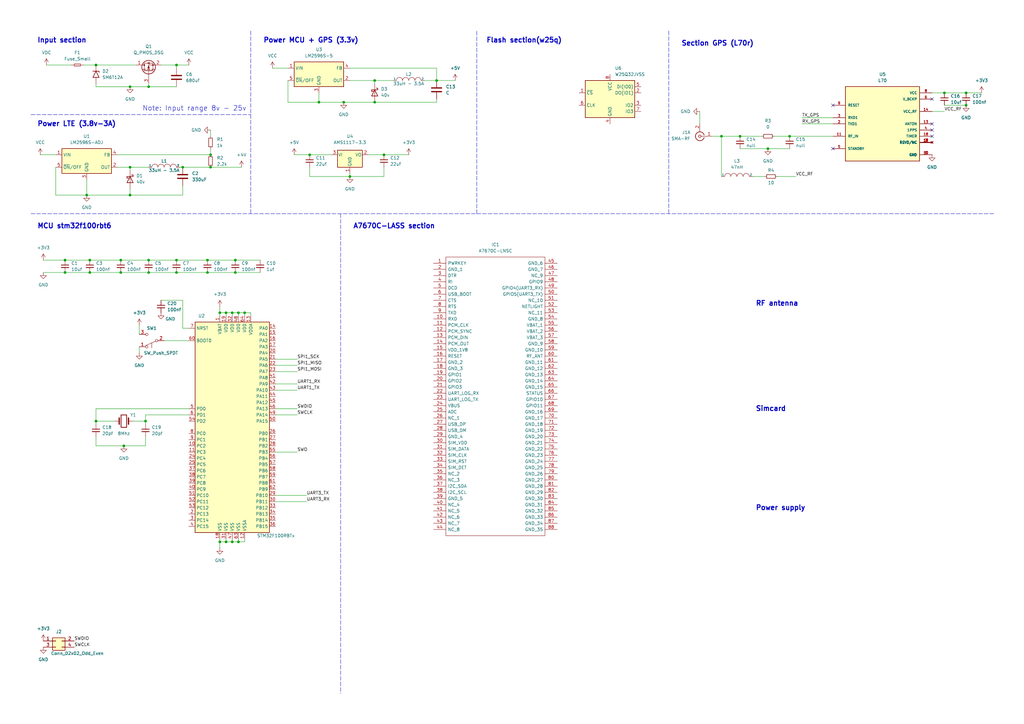
<source format=kicad_sch>
(kicad_sch (version 20211123) (generator eeschema)
  (paper "A3")
  (title_block (title "LTE-GPS-STM32"))
  (lib_symbols
    (symbol "A7670C-LNSC:A7670C-LNSC" (pin_names (offset 0.762))
      (property "Reference" "IC" (at 46.99 7.62 0))
      (property "Value" "A7670C-LNSC" (at 46.99 5.08 0))
      (symbol "A7670C-LNSC_0_0"
        (pin passive line (at 0 0 0) (length 5.08) (name "PWRKEY") (number "1"))
        (pin passive line (at 0 -22.86 0) (length 5.08) (name "RXD") (number "10"))
        (pin passive line (at 0 -25.4 0) (length 5.08) (name "PCM_CLK") (number "11"))
        (pin passive line (at 0 -27.94 0) (length 5.08) (name "PCM_SYNC") (number "12"))
        (pin passive line (at 0 -30.48 0) (length 5.08) (name "PCM_DIN") (number "13"))
        (pin passive line (at 0 -33.02 0) (length 5.08) (name "PCM_OUT") (number "14"))
        (pin passive line (at 0 -35.56 0) (length 5.08) (name "VDD_1V8") (number "15"))
        (pin passive line (at 0 -38.1 0) (length 5.08) (name "RESET") (number "16"))
        (pin passive line (at 0 -40.64 0) (length 5.08) (name "GND_2") (number "17"))
        (pin passive line (at 0 -43.18 0) (length 5.08) (name "GND_3") (number "18"))
        (pin passive line (at 0 -45.72 0) (length 5.08) (name "GPIO1") (number "19"))
        (pin passive line (at 0 -2.54 0) (length 5.08) (name "GND_1") (number "2"))
        (pin passive line (at 0 -48.26 0) (length 5.08) (name "GPIO2") (number "20"))
        (pin passive line (at 0 -50.8 0) (length 5.08) (name "GPIO3") (number "21"))
        (pin passive line (at 0 -53.34 0) (length 5.08) (name "UART_LOG_RX") (number "22"))
        (pin passive line (at 0 -55.88 0) (length 5.08) (name "UART_LOG_TX") (number "23"))
        (pin passive line (at 0 -58.42 0) (length 5.08) (name "VBUS") (number "24"))
        (pin passive line (at 0 -60.96 0) (length 5.08) (name "ADC") (number "25"))
        (pin passive line (at 0 -63.5 0) (length 5.08) (name "NC_1") (number "26"))
        (pin passive line (at 0 -66.04 0) (length 5.08) (name "USB_DP") (number "27"))
        (pin passive line (at 0 -68.58 0) (length 5.08) (name "USB_DM") (number "28"))
        (pin passive line (at 0 -71.12 0) (length 5.08) (name "GND_4") (number "29"))
        (pin passive line (at 0 -5.08 0) (length 5.08) (name "DTR") (number "3"))
        (pin passive line (at 0 -73.66 0) (length 5.08) (name "SIM_VDD") (number "30"))
        (pin passive line (at 0 -76.2 0) (length 5.08) (name "SIM_DATA") (number "31"))
        (pin passive line (at 0 -78.74 0) (length 5.08) (name "SIM_CLK") (number "32"))
        (pin passive line (at 0 -81.28 0) (length 5.08) (name "SIM_RST") (number "33"))
        (pin passive line (at 0 -83.82 0) (length 5.08) (name "SIM_DET") (number "34"))
        (pin passive line (at 0 -86.36 0) (length 5.08) (name "NC_2") (number "35"))
        (pin passive line (at 0 -88.9 0) (length 5.08) (name "NC_3") (number "36"))
        (pin passive line (at 0 -91.44 0) (length 5.08) (name "I2C_SDA") (number "37"))
        (pin passive line (at 0 -93.98 0) (length 5.08) (name "I2C_SCL") (number "38"))
        (pin passive line (at 0 -96.52 0) (length 5.08) (name "GND_5") (number "39"))
        (pin passive line (at 0 -7.62 0) (length 5.08) (name "RI") (number "4"))
        (pin passive line (at 0 -99.06 0) (length 5.08) (name "NC_4") (number "40"))
        (pin passive line (at 0 -101.6 0) (length 5.08) (name "NC_5") (number "41"))
        (pin passive line (at 0 -104.14 0) (length 5.08) (name "NC_6") (number "42"))
        (pin passive line (at 0 -106.68 0) (length 5.08) (name "NC_7") (number "43"))
        (pin passive line (at 0 -109.22 0) (length 5.08) (name "NC_8") (number "44"))
        (pin passive line (at 50.8 0 180) (length 5.08) (name "GND_6") (number "45"))
        (pin passive line (at 50.8 -2.54 180) (length 5.08) (name "GND_7") (number "46"))
        (pin passive line (at 50.8 -5.08 180) (length 5.08) (name "NC_9") (number "47"))
        (pin passive line (at 50.8 -7.62 180) (length 5.08) (name "GPIO9") (number "48"))
        (pin passive line (at 50.8 -10.16 180) (length 5.08) (name "GPIO4(UART3_RX)") (number "49"))
        (pin passive line (at 0 -10.16 0) (length 5.08) (name "DCD") (number "5"))
        (pin passive line (at 50.8 -12.7 180) (length 5.08) (name "GPIO5(UART3_TX)") (number "50"))
        (pin passive line (at 50.8 -15.24 180) (length 5.08) (name "NC_10") (number "51"))
        (pin passive line (at 50.8 -17.78 180) (length 5.08) (name "NETLIGHT") (number "52"))
        (pin passive line (at 50.8 -20.32 180) (length 5.08) (name "NC_11") (number "53"))
        (pin passive line (at 50.8 -22.86 180) (length 5.08) (name "GND_8") (number "54"))
        (pin passive line (at 50.8 -25.4 180) (length 5.08) (name "VBAT_1") (number "55"))
        (pin passive line (at 50.8 -27.94 180) (length 5.08) (name "VBAT_2") (number "56"))
        (pin passive line (at 50.8 -30.48 180) (length 5.08) (name "VBAT_3") (number "57"))
        (pin passive line (at 50.8 -33.02 180) (length 5.08) (name "GND_9") (number "58"))
        (pin passive line (at 50.8 -35.56 180) (length 5.08) (name "GND_10") (number "59"))
        (pin passive line (at 0 -12.7 0) (length 5.08) (name "USB_BOOT") (number "6"))
        (pin passive line (at 50.8 -38.1 180) (length 5.08) (name "RF_ANT") (number "60"))
        (pin passive line (at 50.8 -40.64 180) (length 5.08) (name "GND_11") (number "61"))
        (pin passive line (at 50.8 -43.18 180) (length 5.08) (name "GND_12") (number "62"))
        (pin passive line (at 50.8 -45.72 180) (length 5.08) (name "GND_13") (number "63"))
        (pin passive line (at 50.8 -48.26 180) (length 5.08) (name "GND_14") (number "64"))
        (pin passive line (at 50.8 -50.8 180) (length 5.08) (name "GND_15") (number "65"))
        (pin passive line (at 50.8 -53.34 180) (length 5.08) (name "STATUS") (number "66"))
        (pin passive line (at 50.8 -55.88 180) (length 5.08) (name "GPIO10") (number "67"))
        (pin passive line (at 50.8 -58.42 180) (length 5.08) (name "GPIO11") (number "68"))
        (pin passive line (at 50.8 -60.96 180) (length 5.08) (name "GND_16") (number "69"))
        (pin passive line (at 0 -15.24 0) (length 5.08) (name "CTS") (number "7"))
        (pin passive line (at 50.8 -63.5 180) (length 5.08) (name "GND_17") (number "70"))
        (pin passive line (at 50.8 -66.04 180) (length 5.08) (name "GND_18") (number "71"))
        (pin passive line (at 50.8 -68.58 180) (length 5.08) (name "GND_19") (number "72"))
        (pin passive line (at 50.8 -71.12 180) (length 5.08) (name "GND_20") (number "73"))
        (pin passive line (at 50.8 -73.66 180) (length 5.08) (name "GND_21") (number "74"))
        (pin passive line (at 50.8 -76.2 180) (length 5.08) (name "GND_22") (number "75"))
        (pin passive line (at 50.8 -78.74 180) (length 5.08) (name "GND_23") (number "76"))
        (pin passive line (at 50.8 -81.28 180) (length 5.08) (name "GND_24") (number "77"))
        (pin passive line (at 50.8 -83.82 180) (length 5.08) (name "GND_25") (number "78"))
        (pin passive line (at 50.8 -86.36 180) (length 5.08) (name "GND_26") (number "79"))
        (pin passive line (at 0 -17.78 0) (length 5.08) (name "RTS") (number "8"))
        (pin passive line (at 50.8 -88.9 180) (length 5.08) (name "GND_27") (number "80"))
        (pin passive line (at 50.8 -91.44 180) (length 5.08) (name "GND_28") (number "81"))
        (pin passive line (at 50.8 -93.98 180) (length 5.08) (name "GND_29") (number "82"))
        (pin passive line (at 50.8 -96.52 180) (length 5.08) (name "GND_30") (number "83"))
        (pin passive line (at 50.8 -99.06 180) (length 5.08) (name "GND_31") (number "84"))
        (pin passive line (at 50.8 -101.6 180) (length 5.08) (name "GND_32") (number "85"))
        (pin passive line (at 50.8 -104.14 180) (length 5.08) (name "GND_33") (number "86"))
        (pin passive line (at 50.8 -106.68 180) (length 5.08) (name "GND_34") (number "87"))
        (pin passive line (at 50.8 -109.22 180) (length 5.08) (name "GND_35") (number "88"))
        (pin passive line (at 0 -20.32 0) (length 5.08) (name "TXD") (number "9"))
      )
      (symbol "A7670C-LNSC_0_1"
        (polyline (pts (xy 5.08 2.54) (xy 45.72 2.54) (xy 45.72 -111.76) (xy 5.08 -111.76) (xy 5.08 2.54)) (stroke (width 0.1524)))
      )
    )
    (symbol "Connector:Conn_Coaxial_x2_Isolated" (pin_names (offset 1.016) hide)
      (property "Reference" "J" (at 0.254 3.048 0))
      (property "Value" "Conn_Coaxial_x2_Isolated" (at 2.921 0 90))
      (symbol "Conn_Coaxial_x2_Isolated_0_1"
        (arc (start -1.778 -0.508) (mid 0.222 -1.808) (end 1.778 0) (stroke (width 0.254)))
        (polyline (pts (xy -2.54 0) (xy -0.508 0)))
        (polyline (pts (xy 0 -2.54) (xy 0 -1.778)))
        (circle (center 0 0) (radius 0.508) (stroke (width 0.2032)))
        (arc (start 1.778 0) (mid 0.222 1.8083) (end -1.778 0.508) (stroke (width 0.254)))
      )
      (symbol "Conn_Coaxial_x2_Isolated_1_1"
        (pin passive line (at -5.08 0 0) (length 2.54) (name "In1") (number "1"))
        (pin passive line (at 0 -5.08 90) (length 2.54) (name "Ext1") (number "2"))
      )
      (symbol "Conn_Coaxial_x2_Isolated_2_1"
        (pin passive line (at -5.08 0 0) (length 2.54) (name "In2") (number "3"))
        (pin passive line (at 0 -5.08 90) (length 2.54) (name "Ext2") (number "4"))
      )
    )
    (symbol "Connector_Generic:Conn_02x02_Odd_Even" (pin_names (offset 1.016) hide)
      (property "Reference" "J" (at 1.27 2.54 0))
      (property "Value" "Conn_02x02_Odd_Even" (at 1.27 -5.08 0))
      (symbol "Conn_02x02_Odd_Even_1_1"
        (rectangle (start -1.27 -2.413) (end 0 -2.667) (stroke (width 0.1524)))
        (rectangle (start -1.27 0.127) (end 0 -0.127) (stroke (width 0.1524)))
        (rectangle (start -1.27 1.27) (end 3.81 -3.81) (stroke (width 0.254)) (fill (type background)))
        (rectangle (start 3.81 -2.413) (end 2.54 -2.667) (stroke (width 0.1524)))
        (rectangle (start 3.81 0.127) (end 2.54 -0.127) (stroke (width 0.1524)))
        (pin passive line (at -5.08 0 0) (length 3.81) (name "Pin_1") (number "1"))
        (pin passive line (at 7.62 0 180) (length 3.81) (name "Pin_2") (number "2"))
        (pin passive line (at -5.08 -2.54 0) (length 3.81) (name "Pin_3") (number "3"))
        (pin passive line (at 7.62 -2.54 180) (length 3.81) (name "Pin_4") (number "4"))
      )
    )
    (symbol "Device:C" (pin_numbers hide) (pin_names (offset 0.254))
      (property "Reference" "C" (at 0.635 2.54 0))
      (property "Value" "C" (at 0.635 -2.54 0))
      (symbol "C_0_1"
        (polyline (pts (xy -2.032 -0.762) (xy 2.032 -0.762)) (stroke (width 0.508)))
        (polyline (pts (xy -2.032 0.762) (xy 2.032 0.762)) (stroke (width 0.508)))
      )
      (symbol "C_1_1"
        (pin passive line (at 0 3.81 270) (length 2.794) (name "~") (number "1"))
        (pin passive line (at 0 -3.81 90) (length 2.794) (name "~") (number "2"))
      )
    )
    (symbol "Device:C_Small" (pin_numbers hide) (pin_names (offset 0.254) hide)
      (property "Reference" "C" (at 0.254 1.778 0))
      (property "Value" "C_Small" (at 0.254 -2.032 0))
      (symbol "C_Small_0_1"
        (polyline (pts (xy -1.524 -0.508) (xy 1.524 -0.508)) (stroke (width 0.3302)))
        (polyline (pts (xy -1.524 0.508) (xy 1.524 0.508)) (stroke (width 0.3048)))
      )
      (symbol "C_Small_1_1"
        (pin passive line (at 0 2.54 270) (length 2.032) (name "~") (number "1"))
        (pin passive line (at 0 -2.54 90) (length 2.032) (name "~") (number "2"))
      )
    )
    (symbol "Device:Crystal" (pin_numbers hide) (pin_names (offset 1.016) hide)
      (property "Reference" "Y" (at 0 3.81 0))
      (property "Value" "Crystal" (at 0 -3.81 0))
      (symbol "Crystal_0_1"
        (rectangle (start -1.143 2.54) (end 1.143 -2.54) (stroke (width 0.3048)))
        (polyline (pts (xy -2.54 0) (xy -1.905 0)))
        (polyline (pts (xy -1.905 -1.27) (xy -1.905 1.27)) (stroke (width 0.508)))
        (polyline (pts (xy 1.905 -1.27) (xy 1.905 1.27)) (stroke (width 0.508)))
        (polyline (pts (xy 2.54 0) (xy 1.905 0)))
      )
      (symbol "Crystal_1_1"
        (pin passive line (at -3.81 0 0) (length 1.27) (name "1") (number "1"))
        (pin passive line (at 3.81 0 180) (length 1.27) (name "2") (number "2"))
      )
    )
    (symbol "Device:D_Schottky" (pin_numbers hide) (pin_names (offset 1.016) hide)
      (property "Reference" "D" (at 0 2.54 0))
      (property "Value" "D_Schottky" (at 0 -2.54 0))
      (symbol "D_Schottky_0_1"
        (polyline (pts (xy 1.27 0) (xy -1.27 0)))
        (polyline (pts (xy 1.27 1.27) (xy 1.27 -1.27) (xy -1.27 0) (xy 1.27 1.27)) (stroke (width 0.254)))
        (polyline (pts (xy -1.905 0.635) (xy -1.905 1.27) (xy -1.27 1.27) (xy -1.27 -1.27) (xy -0.635 -1.27) (xy -0.635 -0.635)) (stroke (width 0.254)))
      )
      (symbol "D_Schottky_1_1"
        (pin passive line (at -3.81 0 0) (length 2.54) (name "K") (number "1"))
        (pin passive line (at 3.81 0 180) (length 2.54) (name "A") (number "2"))
      )
    )
    (symbol "Device:Fuse_Small" (pin_numbers hide) (pin_names (offset 0.254) hide)
      (property "Reference" "F" (at 0 -1.524 0))
      (property "Value" "Fuse_Small" (at 0 1.524 0))
      (symbol "Fuse_Small_0_1"
        (rectangle (start -1.27 0.508) (end 1.27 -0.508))
        (polyline (pts (xy -1.27 0) (xy 1.27 0)))
      )
      (symbol "Fuse_Small_1_1"
        (pin passive line (at -2.54 0 0) (length 1.27) (name "~") (number "1"))
        (pin passive line (at 2.54 0 180) (length 1.27) (name "~") (number "2"))
      )
    )
    (symbol "Device:Q_PMOS_DSG" (pin_names (offset 0) hide)
      (property "Reference" "Q" (at 5.08 1.27 0))
      (property "Value" "Q_PMOS_DSG" (at 5.08 -1.27 0))
      (symbol "Q_PMOS_DSG_0_1"
        (polyline (pts (xy 0.254 0) (xy -2.54 0)))
        (polyline (pts (xy 0.254 1.905) (xy 0.254 -1.905)) (stroke (width 0.254)))
        (polyline (pts (xy 0.762 -1.27) (xy 0.762 -2.286)) (stroke (width 0.254)))
        (polyline (pts (xy 0.762 0.508) (xy 0.762 -0.508)) (stroke (width 0.254)))
        (polyline (pts (xy 0.762 2.286) (xy 0.762 1.27)) (stroke (width 0.254)))
        (polyline (pts (xy 2.54 2.54) (xy 2.54 1.778)))
        (polyline (pts (xy 2.54 -2.54) (xy 2.54 0) (xy 0.762 0)))
        (polyline (pts (xy 0.762 1.778) (xy 3.302 1.778) (xy 3.302 -1.778) (xy 0.762 -1.778)))
        (polyline (pts (xy 2.286 0) (xy 1.27 0.381) (xy 1.27 -0.381) (xy 2.286 0)) (fill (type outline)))
        (polyline (pts (xy 2.794 -0.508) (xy 2.921 -0.381) (xy 3.683 -0.381) (xy 3.81 -0.254)))
        (polyline (pts (xy 3.302 -0.381) (xy 2.921 0.254) (xy 3.683 0.254) (xy 3.302 -0.381)))
        (circle (center 1.651 0) (radius 2.794) (stroke (width 0.254)))
        (circle (center 2.54 -1.778) (radius 0.254) (fill (type outline)))
        (circle (center 2.54 1.778) (radius 0.254) (fill (type outline)))
      )
      (symbol "Q_PMOS_DSG_1_1"
        (pin passive line (at 2.54 5.08 270) (length 2.54) (name "D") (number "1"))
        (pin passive line (at 2.54 -5.08 90) (length 2.54) (name "S") (number "2"))
        (pin input line (at -5.08 0 0) (length 2.54) (name "G") (number "3"))
      )
    )
    (symbol "Device:R_Small" (pin_numbers hide) (pin_names (offset 0.254) hide)
      (property "Reference" "R" (at 0.762 0.508 0))
      (property "Value" "R_Small" (at 0.762 -1.016 0))
      (symbol "R_Small_0_1"
        (rectangle (start -0.762 1.778) (end 0.762 -1.778) (stroke (width 0.2032)))
      )
      (symbol "R_Small_1_1"
        (pin passive line (at 0 2.54 270) (length 0.762) (name "~") (number "1"))
        (pin passive line (at 0 -2.54 90) (length 0.762) (name "~") (number "2"))
      )
    )
    (symbol "Diode:SM6T12A" (pin_numbers hide) (pin_names (offset 1.016) hide)
      (property "Reference" "D" (at 0 2.54 0))
      (property "Value" "SM6T12A" (at 0 -2.54 0))
      (symbol "SM6T12A_0_1"
        (polyline (pts (xy -0.762 1.27) (xy -1.27 1.27) (xy -1.27 -1.27)) (stroke (width 0.254)))
        (polyline (pts (xy 1.27 1.27) (xy 1.27 -1.27) (xy -1.27 0) (xy 1.27 1.27)) (stroke (width 0.254)))
      )
      (symbol "SM6T12A_1_1"
        (pin passive line (at -3.81 0 0) (length 2.54) (name "A1") (number "1"))
        (pin passive line (at 3.81 0 180) (length 2.54) (name "A2") (number "2"))
      )
    )
    (symbol "L70:L70" (pin_names (offset 1.016))
      (property "Reference" "U" (at -15.24 16.51 0))
      (property "Value" "L70" (at -15.24 -17.78 0))
      (symbol "L70_0_0"
        (rectangle (start -15.24 -15.24) (end 15.24 15.24) (stroke (width 0.254)) (fill (type background)))
        (pin power_in line (at 20.32 -12.7 180) (length 5.08) (name "GND") (number "1"))
        (pin power_in line (at 20.32 -12.7 180) (length 5.08) (name "GND") (number "10"))
        (pin input line (at -20.32 -5.08 0) (length 5.08) (name "RF_IN") (number "11"))
        (pin power_in line (at 20.32 -12.7 180) (length 5.08) (name "GND") (number "12"))
        (pin output line (at 20.32 0 180) (length 5.08) (name "ANTON") (number "13"))
        (pin output line (at 20.32 5.08 180) (length 5.08) (name "VCC_RF") (number "14"))
        (pin no_connect line (at 20.32 -7.62 180) (length 5.08) (name "RSVD/NC") (number "15"))
        (pin no_connect line (at 20.32 -7.62 180) (length 5.08) (name "RSVD/NC") (number "16"))
        (pin no_connect line (at 20.32 -7.62 180) (length 5.08) (name "RSVD/NC") (number "17"))
        (pin output line (at 20.32 -5.08 180) (length 5.08) (name "TIMER") (number "18"))
        (pin output line (at -20.32 0 0) (length 5.08) (name "TXD1") (number "2"))
        (pin input line (at -20.32 2.54 0) (length 5.08) (name "RXD1") (number "3"))
        (pin output line (at 20.32 -2.54 180) (length 5.08) (name "1PPS") (number "4"))
        (pin input line (at -20.32 -10.16 0) (length 5.08) (name "STANDBY") (number "5"))
        (pin power_in line (at 20.32 10.16 180) (length 5.08) (name "V_BCKP") (number "6"))
        (pin no_connect line (at 20.32 -7.62 180) (length 5.08) (name "RSVD/NC") (number "7"))
        (pin power_in line (at 20.32 12.7 180) (length 5.08) (name "VCC") (number "8"))
        (pin input line (at -20.32 7.62 0) (length 5.08) (name "RESET") (number "9"))
      )
    )
    (symbol "MCU_ST_STM32F1:STM32F100RBTx"
      (property "Reference" "U" (at -15.24 44.45 0))
      (property "Value" "STM32F100RBTx" (at 10.16 44.45 0))
      (symbol "STM32F100RBTx_0_1"
        (rectangle (start -15.24 -43.18) (end 15.24 43.18) (stroke (width 0.254)) (fill (type background)))
      )
      (symbol "STM32F100RBTx_1_1"
        (pin power_in line (at -5.08 45.72 270) (length 2.54) (name "VBAT") (number "1"))
        (pin bidirectional line (at -17.78 -7.62 0) (length 2.54) (name "PC2") (number "10"))
        (pin bidirectional line (at -17.78 -10.16 0) (length 2.54) (name "PC3") (number "11"))
        (pin power_in line (at 5.08 -45.72 90) (length 2.54) (name "VSSA") (number "12"))
        (pin power_in line (at 7.62 45.72 270) (length 2.54) (name "VDDA") (number "13"))
        (pin bidirectional line (at 17.78 40.64 180) (length 2.54) (name "PA0") (number "14"))
        (pin bidirectional line (at 17.78 38.1 180) (length 2.54) (name "PA1") (number "15"))
        (pin bidirectional line (at 17.78 35.56 180) (length 2.54) (name "PA2") (number "16"))
        (pin bidirectional line (at 17.78 33.02 180) (length 2.54) (name "PA3") (number "17"))
        (pin power_in line (at -5.08 -45.72 90) (length 2.54) (name "VSS") (number "18"))
        (pin power_in line (at -2.54 45.72 270) (length 2.54) (name "VDD") (number "19"))
        (pin bidirectional line (at -17.78 -35.56 0) (length 2.54) (name "PC13") (number "2"))
        (pin bidirectional line (at 17.78 30.48 180) (length 2.54) (name "PA4") (number "20"))
        (pin bidirectional line (at 17.78 27.94 180) (length 2.54) (name "PA5") (number "21"))
        (pin bidirectional line (at 17.78 25.4 180) (length 2.54) (name "PA6") (number "22"))
        (pin bidirectional line (at 17.78 22.86 180) (length 2.54) (name "PA7") (number "23"))
        (pin bidirectional line (at -17.78 -12.7 0) (length 2.54) (name "PC4") (number "24"))
        (pin bidirectional line (at -17.78 -15.24 0) (length 2.54) (name "PC5") (number "25"))
        (pin bidirectional line (at 17.78 -2.54 180) (length 2.54) (name "PB0") (number "26"))
        (pin bidirectional line (at 17.78 -5.08 180) (length 2.54) (name "PB1") (number "27"))
        (pin bidirectional line (at 17.78 -7.62 180) (length 2.54) (name "PB2") (number "28"))
        (pin bidirectional line (at 17.78 -27.94 180) (length 2.54) (name "PB10") (number "29"))
        (pin bidirectional line (at -17.78 -38.1 0) (length 2.54) (name "PC14") (number "3"))
        (pin bidirectional line (at 17.78 -30.48 180) (length 2.54) (name "PB11") (number "30"))
        (pin power_in line (at -2.54 -45.72 90) (length 2.54) (name "VSS") (number "31"))
        (pin power_in line (at 0 45.72 270) (length 2.54) (name "VDD") (number "32"))
        (pin bidirectional line (at 17.78 -33.02 180) (length 2.54) (name "PB12") (number "33"))
        (pin bidirectional line (at 17.78 -35.56 180) (length 2.54) (name "PB13") (number "34"))
        (pin bidirectional line (at 17.78 -38.1 180) (length 2.54) (name "PB14") (number "35"))
        (pin bidirectional line (at 17.78 -40.64 180) (length 2.54) (name "PB15") (number "36"))
        (pin bidirectional line (at -17.78 -17.78 0) (length 2.54) (name "PC6") (number "37"))
        (pin bidirectional line (at -17.78 -20.32 0) (length 2.54) (name "PC7") (number "38"))
        (pin bidirectional line (at -17.78 -22.86 0) (length 2.54) (name "PC8") (number "39"))
        (pin bidirectional line (at -17.78 -40.64 0) (length 2.54) (name "PC15") (number "4"))
        (pin bidirectional line (at -17.78 -25.4 0) (length 2.54) (name "PC9") (number "40"))
        (pin bidirectional line (at 17.78 20.32 180) (length 2.54) (name "PA8") (number "41"))
        (pin bidirectional line (at 17.78 17.78 180) (length 2.54) (name "PA9") (number "42"))
        (pin bidirectional line (at 17.78 15.24 180) (length 2.54) (name "PA10") (number "43"))
        (pin bidirectional line (at 17.78 12.7 180) (length 2.54) (name "PA11") (number "44"))
        (pin bidirectional line (at 17.78 10.16 180) (length 2.54) (name "PA12") (number "45"))
        (pin bidirectional line (at 17.78 7.62 180) (length 2.54) (name "PA13") (number "46"))
        (pin power_in line (at 0 -45.72 90) (length 2.54) (name "VSS") (number "47"))
        (pin power_in line (at 2.54 45.72 270) (length 2.54) (name "VDD") (number "48"))
        (pin bidirectional line (at 17.78 5.08 180) (length 2.54) (name "PA14") (number "49"))
        (pin input line (at -17.78 7.62 0) (length 2.54) (name "PD0") (number "5"))
        (pin bidirectional line (at 17.78 2.54 180) (length 2.54) (name "PA15") (number "50"))
        (pin bidirectional line (at -17.78 -27.94 0) (length 2.54) (name "PC10") (number "51"))
        (pin bidirectional line (at -17.78 -30.48 0) (length 2.54) (name "PC11") (number "52"))
        (pin bidirectional line (at -17.78 -33.02 0) (length 2.54) (name "PC12") (number "53"))
        (pin bidirectional line (at -17.78 2.54 0) (length 2.54) (name "PD2") (number "54"))
        (pin bidirectional line (at 17.78 -10.16 180) (length 2.54) (name "PB3") (number "55"))
        (pin bidirectional line (at 17.78 -12.7 180) (length 2.54) (name "PB4") (number "56"))
        (pin bidirectional line (at 17.78 -15.24 180) (length 2.54) (name "PB5") (number "57"))
        (pin bidirectional line (at 17.78 -17.78 180) (length 2.54) (name "PB6") (number "58"))
        (pin bidirectional line (at 17.78 -20.32 180) (length 2.54) (name "PB7") (number "59"))
        (pin input line (at -17.78 5.08 0) (length 2.54) (name "PD1") (number "6"))
        (pin input line (at -17.78 35.56 0) (length 2.54) (name "BOOT0") (number "60"))
        (pin bidirectional line (at 17.78 -22.86 180) (length 2.54) (name "PB8") (number "61"))
        (pin bidirectional line (at 17.78 -25.4 180) (length 2.54) (name "PB9") (number "62"))
        (pin power_in line (at 2.54 -45.72 90) (length 2.54) (name "VSS") (number "63"))
        (pin power_in line (at 5.08 45.72 270) (length 2.54) (name "VDD") (number "64"))
        (pin input line (at -17.78 40.64 0) (length 2.54) (name "NRST") (number "7"))
        (pin bidirectional line (at -17.78 -2.54 0) (length 2.54) (name "PC0") (number "8"))
        (pin bidirectional line (at -17.78 -5.08 0) (length 2.54) (name "PC1") (number "9"))
      )
    )
    (symbol "Memory_Flash:W25Q32JVSS"
      (property "Reference" "U" (at -8.89 8.89 0))
      (property "Value" "W25Q32JVSS" (at 7.62 8.89 0))
      (symbol "W25Q32JVSS_0_1"
        (rectangle (start -10.16 7.62) (end 10.16 -7.62) (stroke (width 0.254)) (fill (type background)))
      )
      (symbol "W25Q32JVSS_1_1"
        (pin input line (at -12.7 2.54 0) (length 2.54) (name "~{CS}") (number "1"))
        (pin bidirectional line (at 12.7 2.54 180) (length 2.54) (name "DO(IO1)") (number "2"))
        (pin bidirectional line (at 12.7 -2.54 180) (length 2.54) (name "IO2") (number "3"))
        (pin power_in line (at 0 -10.16 90) (length 2.54) (name "GND") (number "4"))
        (pin bidirectional line (at 12.7 5.08 180) (length 2.54) (name "DI(IO0)") (number "5"))
        (pin input line (at -12.7 -2.54 0) (length 2.54) (name "CLK") (number "6"))
        (pin bidirectional line (at 12.7 -5.08 180) (length 2.54) (name "IO3") (number "7"))
        (pin power_in line (at 0 10.16 270) (length 2.54) (name "VCC") (number "8"))
      )
    )
    (symbol "Regulator_Linear:AMS1117-3.3" (pin_names (offset 0.254))
      (property "Reference" "U" (at -3.81 3.175 0))
      (property "Value" "AMS1117-3.3" (at 0 3.175 0))
      (symbol "AMS1117-3.3_0_1"
        (rectangle (start -5.08 -5.08) (end 5.08 1.905) (stroke (width 0.254)) (fill (type background)))
      )
      (symbol "AMS1117-3.3_1_1"
        (pin power_in line (at 0 -7.62 90) (length 2.54) (name "GND") (number "1"))
        (pin power_out line (at 7.62 0 180) (length 2.54) (name "VO") (number "2"))
        (pin power_in line (at -7.62 0 0) (length 2.54) (name "VI") (number "3"))
      )
    )
    (symbol "Regulator_Switching:LM2596S-5"
      (property "Reference" "U" (at -10.16 6.35 0))
      (property "Value" "LM2596S-5" (at 0 6.35 0))
      (symbol "LM2596S-5_0_1"
        (rectangle (start -10.16 5.08) (end 10.16 -5.08) (stroke (width 0.254)) (fill (type background)))
      )
      (symbol "LM2596S-5_1_1"
        (pin power_in line (at -12.7 2.54 0) (length 2.54) (name "VIN") (number "1"))
        (pin output line (at 12.7 -2.54 180) (length 2.54) (name "OUT") (number "2"))
        (pin power_in line (at 0 -7.62 90) (length 2.54) (name "GND") (number "3"))
        (pin input line (at 12.7 2.54 180) (length 2.54) (name "FB") (number "4"))
        (pin input line (at -12.7 -2.54 0) (length 2.54) (name "~{ON}/OFF") (number "5"))
      )
    )
    (symbol "Regulator_Switching:LM2596S-ADJ"
      (property "Reference" "U" (at -10.16 6.35 0))
      (property "Value" "LM2596S-ADJ" (at 0 6.35 0))
      (symbol "LM2596S-ADJ_0_1"
        (rectangle (start -10.16 5.08) (end 10.16 -5.08) (stroke (width 0.254)) (fill (type background)))
      )
      (symbol "LM2596S-ADJ_1_1"
        (pin power_in line (at -12.7 2.54 0) (length 2.54) (name "VIN") (number "1"))
        (pin output line (at 12.7 -2.54 180) (length 2.54) (name "OUT") (number "2"))
        (pin power_in line (at 0 -7.62 90) (length 2.54) (name "GND") (number "3"))
        (pin input line (at 12.7 2.54 180) (length 2.54) (name "FB") (number "4"))
        (pin input line (at -12.7 -2.54 0) (length 2.54) (name "~{ON}/OFF") (number "5"))
      )
    )
    (symbol "Switch:SW_Push_SPDT" (pin_names (offset 0) hide)
      (property "Reference" "SW" (at 0 4.318 0))
      (property "Value" "SW_Push_SPDT" (at 0 -5.08 0))
      (symbol "SW_Push_SPDT_0_0"
        (circle (center -2.032 0) (radius 0.508))
        (polyline (pts (xy 0 1.016) (xy 0 3.048)))
        (circle (center 2.032 -2.54) (radius 0.508))
      )
      (symbol "SW_Push_SPDT_0_1"
        (polyline (pts (xy -1.524 0.254) (xy 2.54 2.032)))
        (circle (center 2.032 2.54) (radius 0.508))
      )
      (symbol "SW_Push_SPDT_1_1"
        (pin passive line (at 5.08 2.54 180) (length 2.54) (name "A") (number "1"))
        (pin passive line (at -5.08 0 0) (length 2.54) (name "B") (number "2"))
        (pin passive line (at 5.08 -2.54 180) (length 2.54) (name "C") (number "3"))
      )
    )
    (symbol "power:+3.3V" (power) (pin_names (offset 0))
      (property "Value" "+3.3V" (at 0 3.556 0))
      (symbol "+3.3V_0_1"
        (polyline (pts (xy -0.762 1.27) (xy 0 2.54)))
        (polyline (pts (xy 0 0) (xy 0 2.54)))
        (polyline (pts (xy 0 2.54) (xy 0.762 1.27)))
      )
      (symbol "+3.3V_1_1"
        (pin power_in line (at 0 0 90) (length 0) hide (name "+3V3") (number "1"))
      )
    )
    (symbol "power:+4V" (power) (pin_names (offset 0))
      (property "Value" "+4V" (at 0 3.556 0))
      (symbol "+4V_0_1"
        (polyline (pts (xy -0.762 1.27) (xy 0 2.54)))
        (polyline (pts (xy 0 0) (xy 0 2.54)))
        (polyline (pts (xy 0 2.54) (xy 0.762 1.27)))
      )
      (symbol "+4V_1_1"
        (pin power_in line (at 0 0 90) (length 0) hide (name "+4V") (number "1"))
      )
    )
    (symbol "power:+5V" (power) (pin_names (offset 0))
      (property "Value" "+5V" (at 0 3.556 0))
      (symbol "+5V_0_1"
        (polyline (pts (xy -0.762 1.27) (xy 0 2.54)))
        (polyline (pts (xy 0 0) (xy 0 2.54)))
        (polyline (pts (xy 0 2.54) (xy 0.762 1.27)))
      )
      (symbol "+5V_1_1"
        (pin power_in line (at 0 0 90) (length 0) hide (name "+5V") (number "1"))
      )
    )
    (symbol "power:GND" (power) (pin_names (offset 0))
      (property "Value" "GND" (at 0 -3.81 0))
      (symbol "GND_0_1"
        (polyline (pts (xy 0 0) (xy 0 -1.27) (xy 1.27 -1.27) (xy 0 -2.54) (xy -1.27 -1.27) (xy 0 -1.27)))
      )
      (symbol "GND_1_1"
        (pin power_in line (at 0 0 270) (length 0) hide (name "GND") (number "1"))
      )
    )
    (symbol "power:VCC" (power) (pin_names (offset 0))
      (property "Value" "VCC" (at 0 3.81 0))
      (symbol "VCC_0_1"
        (polyline (pts (xy -0.762 1.27) (xy 0 2.54)))
        (polyline (pts (xy 0 0) (xy 0 2.54)))
        (polyline (pts (xy 0 2.54) (xy 0.762 1.27)))
      )
      (symbol "VCC_1_1"
        (pin power_in line (at 0 0 90) (length 0) hide (name "VCC") (number "1"))
      )
    )
    (symbol "power:VDC" (power) (pin_names (offset 0))
      (property "Value" "VDC" (at 0 6.35 0))
      (symbol "VDC_0_1"
        (polyline (pts (xy -0.762 1.27) (xy 0 2.54)))
        (polyline (pts (xy 0 0) (xy 0 2.54)))
        (polyline (pts (xy 0 2.54) (xy 0.762 1.27)))
      )
      (symbol "VDC_1_1"
        (pin power_in line (at 0 0 90) (length 0) hide (name "VDC") (number "1"))
      )
    )
    (symbol "pspice:INDUCTOR" (pin_numbers hide) (pin_names (offset 0))
      (property "Reference" "L" (at 0 2.54 0))
      (property "Value" "INDUCTOR" (at 0 -1.27 0))
      (symbol "INDUCTOR_0_1"
        (arc (start -2.54 0) (mid -3.81 1.27) (end -5.08 0))
        (arc (start 0 0) (mid -1.27 1.27) (end -2.54 0))
        (arc (start 2.54 0) (mid 1.27 1.27) (end 0 0))
        (arc (start 5.08 0) (mid 3.81 1.27) (end 2.54 0))
      )
      (symbol "INDUCTOR_1_1"
        (pin input line (at -6.35 0 0) (length 1.27) (name "1") (number "1"))
        (pin input line (at 6.35 0 180) (length 1.27) (name "2") (number "2"))
      )
    )
  )
  (junction (at 295.91 55.88))
  (junction (at 314.96 60.96))
  (junction (at 387.35 38.1))
  (junction (at 179.07 33.02))
  (junction (at 95.25 128.27))
  (junction (at 143.51 72.39))
  (junction (at 72.39 106.68))
  (junction (at 90.17 222.25))
  (junction (at 49.53 106.68))
  (junction (at 92.71 128.27))
  (junction (at 85.09 106.68))
  (junction (at 26.67 111.76))
  (junction (at 36.83 111.76))
  (junction (at 97.79 222.25))
  (junction (at 50.8 182.88))
  (junction (at 96.52 111.76))
  (junction (at 72.39 26.67))
  (junction (at 95.25 222.25))
  (junction (at 97.79 128.27))
  (junction (at 396.24 43.18))
  (junction (at 72.39 111.76))
  (junction (at 140.97 41.91))
  (junction (at 39.37 172.72))
  (junction (at 396.24 38.1))
  (junction (at 323.85 55.88))
  (junction (at 157.48 63.5))
  (junction (at 36.83 106.68))
  (junction (at 59.69 172.72))
  (junction (at 53.34 68.58))
  (junction (at 26.67 106.68))
  (junction (at 303.53 55.88))
  (junction (at 60.96 111.76))
  (junction (at 153.67 33.02))
  (junction (at 39.37 26.67))
  (junction (at 127 63.5))
  (junction (at 90.17 128.27))
  (junction (at 86.36 68.58))
  (junction (at 60.96 106.68))
  (junction (at 92.71 222.25))
  (junction (at 53.34 35.56))
  (junction (at 96.52 106.68))
  (junction (at 60.96 35.56))
  (junction (at 85.09 111.76))
  (junction (at 130.81 41.91))
  (junction (at 53.34 80.01))
  (junction (at 49.53 111.76))
  (junction (at 153.67 41.91))
  (junction (at 74.93 68.58))
  (junction (at 100.33 128.27))
  (junction (at 86.36 63.5))
  (junction (at 35.56 80.01))
  (no_connect (at 382.27 40.64))
  (no_connect (at 382.27 55.88))
  (no_connect (at 382.27 50.8))
  (no_connect (at 382.27 53.34))
  (no_connect (at 341.63 60.96))
  (no_connect (at 341.63 43.18))
  (wire (pts (xy 73.66 68.58) (xy 74.93 68.58)))
  (wire (pts (xy 39.37 172.72) (xy 46.99 172.72)))
  (wire (pts (xy 49.53 111.76) (xy 60.96 111.76)))
  (wire (pts (xy 153.67 33.02) (xy 161.29 33.02)))
  (wire (pts (xy 140.97 41.91) (xy 153.67 41.91)))
  (wire (pts (xy 303.53 55.88) (xy 312.42 55.88)))
  (polyline (pts (xy 195.58 87.63) (xy 407.67 87.63)))
  (wire (pts (xy 16.51 63.5) (xy 22.86 63.5)))
  (wire (pts (xy 97.79 128.27) (xy 97.79 129.54)))
  (wire (pts (xy 153.67 33.02) (xy 153.67 34.29)))
  (wire (pts (xy 113.03 149.86) (xy 121.92 149.86)))
  (wire (pts (xy 74.93 76.2) (xy 74.93 80.01)))
  (wire (pts (xy 100.33 128.27) (xy 102.87 128.27)))
  (wire (pts (xy 102.87 128.27) (xy 102.87 129.54)))
  (wire (pts (xy 39.37 26.67) (xy 55.88 26.67)))
  (wire (pts (xy 35.56 73.66) (xy 35.56 80.01)))
  (wire (pts (xy 72.39 26.67) (xy 77.47 26.67)))
  (polyline (pts (xy 102.87 12.7) (xy 102.87 87.63)))
  (wire (pts (xy 287.02 50.8) (xy 287.02 45.72)))
  (wire (pts (xy 67.31 139.7) (xy 77.47 139.7)))
  (wire (pts (xy 22.86 68.58) (xy 22.86 80.01)))
  (wire (pts (xy 96.52 106.68) (xy 106.68 106.68)))
  (wire (pts (xy 387.35 43.18) (xy 396.24 43.18)))
  (wire (pts (xy 151.13 63.5) (xy 157.48 63.5)))
  (wire (pts (xy 50.8 182.88) (xy 59.69 182.88)))
  (wire (pts (xy 113.03 203.2) (xy 125.73 203.2)))
  (wire (pts (xy 323.85 55.88) (xy 341.63 55.88)))
  (wire (pts (xy 36.83 106.68) (xy 49.53 106.68)))
  (wire (pts (xy 95.25 222.25) (xy 97.79 222.25)))
  (wire (pts (xy 39.37 172.72) (xy 39.37 173.99)))
  (wire (pts (xy 318.77 72.39) (xy 326.39 72.39)))
  (wire (pts (xy 120.65 63.5) (xy 127 63.5)))
  (wire (pts (xy 60.96 111.76) (xy 72.39 111.76)))
  (wire (pts (xy 127 63.5) (xy 135.89 63.5)))
  (wire (pts (xy 53.34 68.58) (xy 53.34 69.85)))
  (wire (pts (xy 53.34 80.01) (xy 74.93 80.01)))
  (wire (pts (xy 90.17 128.27) (xy 92.71 128.27)))
  (wire (pts (xy 130.81 41.91) (xy 140.97 41.91)))
  (wire (pts (xy 22.86 80.01) (xy 35.56 80.01)))
  (wire (pts (xy 35.56 80.01) (xy 53.34 80.01)))
  (wire (pts (xy 86.36 53.34) (xy 86.36 55.88)))
  (wire (pts (xy 60.96 35.56) (xy 53.34 35.56)))
  (wire (pts (xy 143.51 71.12) (xy 143.51 72.39)))
  (wire (pts (xy 48.26 68.58) (xy 53.34 68.58)))
  (wire (pts (xy 66.04 26.67) (xy 72.39 26.67)))
  (wire (pts (xy 113.03 160.02) (xy 121.92 160.02)))
  (wire (pts (xy 53.34 77.47) (xy 53.34 80.01)))
  (polyline (pts (xy 274.32 12.7) (xy 274.32 87.63)))
  (wire (pts (xy 113.03 205.74) (xy 125.73 205.74)))
  (polyline (pts (xy 195.58 87.63) (xy 195.58 12.7)))
  (wire (pts (xy 48.26 63.5) (xy 86.36 63.5)))
  (wire (pts (xy 113.03 152.4) (xy 121.92 152.4)))
  (wire (pts (xy 100.33 128.27) (xy 100.33 129.54)))
  (wire (pts (xy 118.11 33.02) (xy 118.11 41.91)))
  (wire (pts (xy 90.17 222.25) (xy 92.71 222.25)))
  (wire (pts (xy 113.03 170.18) (xy 121.92 170.18)))
  (wire (pts (xy 295.91 72.39) (xy 295.91 55.88)))
  (wire (pts (xy 179.07 33.02) (xy 179.07 27.94)))
  (wire (pts (xy 74.93 123.19) (xy 74.93 134.62)))
  (wire (pts (xy 92.71 128.27) (xy 95.25 128.27)))
  (wire (pts (xy 396.24 38.1) (xy 402.59 38.1)))
  (wire (pts (xy 113.03 147.32) (xy 121.92 147.32)))
  (wire (pts (xy 127 68.58) (xy 127 72.39)))
  (wire (pts (xy 59.69 182.88) (xy 59.69 179.07)))
  (wire (pts (xy 113.03 167.64) (xy 121.92 167.64)))
  (wire (pts (xy 179.07 33.02) (xy 186.69 33.02)))
  (wire (pts (xy 17.78 111.76) (xy 26.67 111.76)))
  (wire (pts (xy 26.67 106.68) (xy 36.83 106.68)))
  (wire (pts (xy 92.71 220.98) (xy 92.71 222.25)))
  (wire (pts (xy 179.07 27.94) (xy 143.51 27.94)))
  (wire (pts (xy 179.07 41.91) (xy 179.07 40.64)))
  (polyline (pts (xy 12.7 46.99) (xy 102.87 46.99)))
  (wire (pts (xy 328.93 50.8) (xy 341.63 50.8)))
  (wire (pts (xy 34.29 26.67) (xy 39.37 26.67)))
  (wire (pts (xy 53.34 68.58) (xy 60.96 68.58)))
  (wire (pts (xy 59.69 170.18) (xy 59.69 172.72)))
  (wire (pts (xy 97.79 222.25) (xy 100.33 222.25)))
  (wire (pts (xy 314.96 60.96) (xy 323.85 60.96)))
  (wire (pts (xy 96.52 111.76) (xy 106.68 111.76)))
  (wire (pts (xy 86.36 68.58) (xy 99.06 68.58)))
  (wire (pts (xy 74.93 134.62) (xy 77.47 134.62)))
  (wire (pts (xy 92.71 128.27) (xy 92.71 129.54)))
  (wire (pts (xy 95.25 128.27) (xy 97.79 128.27)))
  (wire (pts (xy 308.61 72.39) (xy 313.69 72.39)))
  (wire (pts (xy 153.67 41.91) (xy 179.07 41.91)))
  (wire (pts (xy 90.17 125.73) (xy 90.17 128.27)))
  (wire (pts (xy 72.39 35.56) (xy 60.96 35.56)))
  (polyline (pts (xy 12.7 87.63) (xy 195.58 87.63)))
  (wire (pts (xy 57.15 142.24) (xy 57.15 144.78)))
  (wire (pts (xy 60.96 106.68) (xy 72.39 106.68)))
  (wire (pts (xy 382.27 45.72) (xy 387.35 45.72)))
  (wire (pts (xy 59.69 172.72) (xy 59.69 173.99)))
  (wire (pts (xy 39.37 35.56) (xy 39.37 34.29)))
  (wire (pts (xy 328.93 48.26) (xy 341.63 48.26)))
  (wire (pts (xy 39.37 182.88) (xy 50.8 182.88)))
  (wire (pts (xy 143.51 72.39) (xy 157.48 72.39)))
  (wire (pts (xy 85.09 106.68) (xy 96.52 106.68)))
  (wire (pts (xy 26.67 111.76) (xy 36.83 111.76)))
  (wire (pts (xy 19.05 26.67) (xy 29.21 26.67)))
  (wire (pts (xy 86.36 60.96) (xy 86.36 63.5)))
  (wire (pts (xy 90.17 222.25) (xy 90.17 224.79)))
  (wire (pts (xy 72.39 111.76) (xy 85.09 111.76)))
  (polyline (pts (xy 139.7 87.63) (xy 139.7 284.48)))
  (wire (pts (xy 95.25 220.98) (xy 95.25 222.25)))
  (wire (pts (xy 95.25 128.27) (xy 95.25 129.54)))
  (wire (pts (xy 118.11 41.91) (xy 130.81 41.91)))
  (wire (pts (xy 57.15 133.35) (xy 57.15 137.16)))
  (wire (pts (xy 92.71 222.25) (xy 95.25 222.25)))
  (wire (pts (xy 85.09 111.76) (xy 96.52 111.76)))
  (wire (pts (xy 72.39 26.67) (xy 72.39 27.94)))
  (wire (pts (xy 53.34 35.56) (xy 39.37 35.56)))
  (wire (pts (xy 72.39 106.68) (xy 85.09 106.68)))
  (wire (pts (xy 130.81 41.91) (xy 130.81 38.1)))
  (wire (pts (xy 90.17 220.98) (xy 90.17 222.25)))
  (wire (pts (xy 90.17 129.54) (xy 90.17 128.27)))
  (wire (pts (xy 39.37 167.64) (xy 39.37 172.72)))
  (wire (pts (xy 97.79 128.27) (xy 100.33 128.27)))
  (wire (pts (xy 292.1 55.88) (xy 295.91 55.88)))
  (wire (pts (xy 100.33 222.25) (xy 100.33 220.98)))
  (wire (pts (xy 66.04 123.19) (xy 74.93 123.19)))
  (wire (pts (xy 74.93 68.58) (xy 86.36 68.58)))
  (wire (pts (xy 303.53 60.96) (xy 314.96 60.96)))
  (wire (pts (xy 97.79 220.98) (xy 97.79 222.25)))
  (wire (pts (xy 49.53 106.68) (xy 60.96 106.68)))
  (wire (pts (xy 111.76 27.94) (xy 118.11 27.94)))
  (wire (pts (xy 77.47 167.64) (xy 39.37 167.64)))
  (wire (pts (xy 113.03 157.48) (xy 121.92 157.48)))
  (wire (pts (xy 143.51 33.02) (xy 153.67 33.02)))
  (wire (pts (xy 387.35 38.1) (xy 396.24 38.1)))
  (wire (pts (xy 59.69 170.18) (xy 77.47 170.18)))
  (wire (pts (xy 382.27 38.1) (xy 387.35 38.1)))
  (wire (pts (xy 173.99 33.02) (xy 179.07 33.02)))
  (wire (pts (xy 39.37 179.07) (xy 39.37 182.88)))
  (wire (pts (xy 17.78 106.68) (xy 26.67 106.68)))
  (wire (pts (xy 157.48 72.39) (xy 157.48 68.58)))
  (wire (pts (xy 295.91 55.88) (xy 303.53 55.88)))
  (wire (pts (xy 317.5 55.88) (xy 323.85 55.88)))
  (wire (pts (xy 127 72.39) (xy 143.51 72.39)))
  (wire (pts (xy 36.83 111.76) (xy 49.53 111.76)))
  (wire (pts (xy 113.03 185.42) (xy 121.92 185.42)))
  (wire (pts (xy 54.61 172.72) (xy 59.69 172.72)))
  (wire (pts (xy 60.96 34.29) (xy 60.96 35.56)))
  (wire (pts (xy 157.48 63.5) (xy 167.64 63.5)))
  (text "Input section" (at 15.24 17.78 0) (effects (font (size 2 2) (thickness 0.4) bold) (justify left bottom)))
  (text "Flash section(w25q)" (at 199.39 17.78 0) (effects (font (size 2 2) (thickness 0.4) bold) (justify left bottom)))
  (text "Power LTE (3.8v-3A)" (at 15.24 52.07 0) (effects (font (size 2 2) (thickness 0.4) bold) (justify left bottom)))
  (text "Note: Input range 8v - 25v" (at 58.42 45.72 0) (effects (font (size 2 2)) (justify left bottom)))
  (text "Simcard" (at 309.88 168.91 0) (effects (font (size 2 2) bold) (justify left bottom)))
  (text "RF antenna" (at 309.88 125.73 0) (effects (font (size 2 2) bold) (justify left bottom)))
  (text "Section GPS (L70r)\n" (at 279.4 19.05 0) (effects (font (size 2 2) (thickness 0.4) bold) (justify left bottom)))
  (text "Power MCU + GPS (3.3v)" (at 107.95 17.78 0) (effects (font (size 2 2) (thickness 0.4) bold) (justify left bottom)))
  (text "A7670C-LASS section" (at 144.78 93.98 0) (effects (font (size 2 2) bold) (justify left bottom)))
  (text "MCU stm32f100rbt6" (at 15.24 93.98 0) (effects (font (size 2 2) (thickness 0.4) bold) (justify left bottom)))
  (text "Power supply" (at 309.88 209.55 0) (effects (font (size 2 2) bold) (justify left bottom)))
  (label "RX_GPS" (at 328.93 50.8 0))
  (label "UART3_RX" (at 125.73 205.74 0))
  (label "SWCLK" (at 121.92 170.18 0))
  (label "SPI1_MOSI" (at 121.92 152.4 0))
  (label "VCC_RF" (at 387.35 45.72 0))
  (label "VCC_RF" (at 326.39 72.39 0))
  (label "SWDIO" (at 30.48 262.89 0))
  (label "SPI1_SCK" (at 121.92 147.32 0))
  (label "TX_GPS" (at 328.93 48.26 0))
  (label "SWDIO" (at 121.92 167.64 0))
  (label "UART1_RX" (at 121.92 157.48 0))
  (label "SPI1_MISO" (at 121.92 149.86 0))
  (label "UART1_TX" (at 121.92 160.02 0))
  (label "SWCLK" (at 30.48 265.43 0))
  (label "UART3_TX" (at 125.73 203.2 0))
  (label "SWO" (at 121.92 185.42 0))
  (symbol (lib_id "power:VDC") (at 19.05 26.67 0) (unit 1)
    (property "Reference" "#PWR0106" (effects hide))
    (property "Value" "VDC" (at 19.05 21.59 0))
  )
  (symbol (lib_id "pspice:INDUCTOR") (at 302.26 72.39 0) (unit 1)
    (property "Reference" "L3" (at 302.26 66.04 0))
    (property "Value" "47nH" (at 302.26 68.58 0))
  )
  (symbol (lib_id "power:+3.3V") (at 167.64 63.5 0) (unit 1)
    (property "Reference" "#PWR0111" (effects hide))
    (property "Value" "+3.3V" (at 167.64 58.42 0))
  )
  (symbol (lib_id "Device:C_Small") (at 85.09 109.22 0) (unit 1)
    (property "Reference" "C8" (at 87.63 107.9562 0) (effects (justify left)))
    (property "Value" "100nf" (at 87.63 110.4962 0) (effects (justify left)))
    (property "Footprint" "Capacitor_SMD:C_0805_2012Metric" (effects hide))
  )
  (symbol (lib_id "power:GND") (at 66.04 128.27 0) (unit 1)
    (property "Reference" "#PWR0121" (effects hide))
    (property "Value" "GND" (at 69.85 130.81 0))
  )
  (symbol (lib_id "power:GND") (at 53.34 35.56 0) (unit 1)
    (property "Reference" "#PWR0105" (effects hide))
    (property "Value" "GND" (at 53.34 40.64 0))
  )
  (symbol (lib_id "Regulator_Switching:LM2596S-5") (at 130.81 30.48 0) (unit 1)
    (property "Reference" "U3" (at 130.81 20.32 0))
    (property "Value" "LM2596S-5" (at 130.81 22.86 0))
    (property "Footprint" "Package_TO_SOT_SMD:TO-263-5_TabPin3" (effects hide))
    (property "Datasheet" "http://www.ti.com/lit/ds/symlink/lm2596.pdf" (effects hide))
  )
  (symbol (lib_id "power:GND") (at 382.27 63.5 0) (unit 1)
    (property "Reference" "#PWR0117" (effects hide))
    (property "Value" "GND" (at 382.27 68.58 0))
  )
  (symbol (lib_id "MCU_ST_STM32F1:STM32F100RBTx") (at 95.25 175.26 0) (unit 1)
    (property "Reference" "U2" (at 81.28 129.54 0) (effects (justify left)))
    (property "Value" "STM32F100RBTx" (at 105.41 219.71 0) (effects (justify left)))
    (property "Footprint" "Package_QFP:LQFP-64_10x10mm_P0.5mm" (effects hide))
    (property "Datasheet" "http://www.st.com/st-web-ui/static/active/en/resource/technical/document/datasheet/CD00251732.pdf" (effects hide))
  )
  (symbol (lib_id "Device:C_Small") (at 127 66.04 0) (unit 1)
    (property "Reference" "C11" (at 129.54 64.7762 0) (effects (justify left)))
    (property "Value" "22uf" (at 129.54 67.3162 0) (effects (justify left)))
    (property "Footprint" "Capacitor_SMD:C_0805_2012Metric" (effects hide))
  )
  (symbol (lib_id "Device:C_Small") (at 96.52 109.22 0) (unit 1)
    (property "Reference" "C9" (at 99.06 107.9562 0) (effects (justify left)))
    (property "Value" "100nf" (at 99.06 110.4962 0) (effects (justify left)))
    (property "Footprint" "Capacitor_SMD:C_0805_2012Metric" (effects hide))
  )
  (symbol (lib_id "Device:C") (at 179.07 36.83 0) (unit 1)
    (property "Reference" "C13" (at 182.88 35.5599 0) (effects (justify left)))
    (property "Value" "C" (at 182.88 38.0999 0) (effects (justify left)))
    (property "Footprint" "Capacitor_SMD:C_0805_2012Metric" (effects hide))
  )
  (symbol (lib_id "Device:C_Small") (at 106.68 109.22 0) (unit 1)
    (property "Reference" "C10" (at 109.22 107.9562 0) (effects (justify left)))
    (property "Value" "1uf" (at 109.22 110.4962 0) (effects (justify left)))
    (property "Footprint" "Capacitor_SMD:C_0805_2012Metric" (effects hide))
  )
  (symbol (lib_id "power:GND") (at 140.97 41.91 0) (unit 1)
    (property "Reference" "#PWR0115" (effects hide))
    (property "Value" "GND" (at 140.97 46.99 0))
  )
  (symbol (lib_id "Device:Fuse_Small") (at 31.75 26.67 0) (unit 1)
    (property "Reference" "F1" (at 31.75 21.59 0))
    (property "Value" "Fuse_Small" (at 31.75 24.13 0))
  )
  (symbol (lib_id "power:GND") (at 143.51 72.39 0) (unit 1)
    (property "Reference" "#PWR0114" (effects hide))
    (property "Value" "GND" (at 143.51 77.47 0))
  )
  (symbol (lib_id "Device:C_Small") (at 303.53 58.42 0) (unit 1)
    (property "Reference" "C14" (at 306.07 57.1562 0) (effects (justify left)))
    (property "Value" "null" (at 306.07 59.6962 0) (effects (justify left)))
    (property "Footprint" "Capacitor_SMD:C_0805_2012Metric" (effects hide))
  )
  (symbol (lib_id "Connector:Conn_Coaxial_x2_Isolated") (at 287.02 55.88 180) (unit 1)
    (property "Reference" "J1" (at 283.21 54.3167 0) (effects (justify left)))
    (property "Value" "SMA-RF" (at 283.21 56.8567 0) (effects (justify left)))
    (property "Footprint" "Connector_Coaxial:SMA_Amphenol_132289_EdgeMount" (effects hide))
    (property "Datasheet" " ~" (effects hide))
  )
  (symbol (lib_id "Device:C_Small") (at 323.85 58.42 0) (unit 1)
    (property "Reference" "C15" (at 326.39 57.1562 0) (effects (justify left)))
    (property "Value" "null" (at 326.39 59.6962 0) (effects (justify left)))
    (property "Footprint" "Capacitor_SMD:C_0805_2012Metric" (effects hide))
  )
  (symbol (lib_id "Device:R_Small") (at 86.36 58.42 0) (unit 1)
    (property "Reference" "R1" (at 88.9 57.1499 0) (effects (justify left)))
    (property "Value" "1k" (at 88.9 59.6899 0) (effects (justify left)))
    (property "Footprint" "Resistor_SMD:R_0805_2012Metric" (effects hide))
  )
  (symbol (lib_id "power:GND") (at 396.24 43.18 0) (unit 1)
    (property "Reference" "#PWR0118" (effects hide))
    (property "Value" "GND" (at 396.24 48.26 0))
  )
  (symbol (lib_id "power:VCC") (at 111.76 27.94 0) (unit 1)
    (property "Reference" "#PWR0112" (effects hide))
    (property "Value" "VCC" (at 111.76 22.86 0))
  )
  (symbol (lib_id "A7670C-LNSC:A7670C-LNSC") (at 177.8 107.95 0) (unit 1)
    (property "Reference" "IC1" (at 203.2 100.33 0))
    (property "Value" "A7670C-LNSC" (at 203.2 102.87 0))
    (property "Footprint" "A7670CLNSC" (effects hide))
    (property "Datasheet" "https://nostris.ee/pdf/A7670%20Series%20Hardware%20Design_V1.00.pdf" (effects hide))
    (property "Description" "MODULE LTE CAT1" (effects hide))
    (property "Height" "2.77" (effects hide))
    (property "Manufacturer_Name" "SIMCOM" (effects hide))
    (property "Manufacturer_Part_Number" "A7670C-LNSC" (effects hide))
  )
  (symbol (lib_id "Device:C_Small") (at 36.83 109.22 0) (unit 1)
    (property "Reference" "C3" (at 39.37 107.9562 0) (effects (justify left)))
    (property "Value" "100nf" (at 39.37 110.4962 0) (effects (justify left)))
  )
  (symbol (lib_id "Device:C_Small") (at 396.24 40.64 0) (unit 1)
    (property "Reference" "C17" (at 398.78 39.3762 0) (effects (justify left)))
    (property "Value" "100nf" (at 398.78 41.9162 0) (effects (justify left)))
    (property "Footprint" "Capacitor_SMD:C_0805_2012Metric" (effects hide))
  )
  (symbol (lib_id "pspice:INDUCTOR") (at 67.31 68.58 0) (unit 1)
    (property "Reference" "L1" (at 67.31 66.04 0))
    (property "Value" "33uH - 3.5A" (at 67.31 69.85 0))
    (property "Footprint" "Inductor_SMD:L_Wuerth_HCI-1040" (effects hide))
  )
  (symbol (lib_id "Device:C_Small") (at 60.96 109.22 0) (unit 1)
    (property "Reference" "C5" (at 63.5 107.9562 0) (effects (justify left)))
    (property "Value" "100nf" (at 63.5 110.4962 0) (effects (justify left)))
  )
  (symbol (lib_id "Device:R_Small") (at 316.23 72.39 90) (unit 1)
    (property "Reference" "R4" (at 316.23 69.85 90))
    (property "Value" "10" (at 316.23 74.93 90))
    (property "Footprint" "Resistor_SMD:R_0805_2012Metric" (effects hide))
  )
  (symbol (lib_id "Device:C_Small") (at 26.67 109.22 0) (unit 1)
    (property "Reference" "C1" (at 29.21 107.9562 0) (effects (justify left)))
    (property "Value" "10uf" (at 29.21 110.4962 0) (effects (justify left)))
  )
  (symbol (lib_id "Device:C_Small") (at 157.48 66.04 0) (unit 1)
    (property "Reference" "C12" (at 160.02 64.7762 0) (effects (justify left)))
    (property "Value" "22uf" (at 160.02 67.3162 0) (effects (justify left)))
    (property "Footprint" "Capacitor_SMD:C_0805_2012Metric" (effects hide))
  )
  (symbol (lib_id "power:+3.3V") (at 17.78 106.68 0) (unit 1)
    (property "Reference" "#PWR0109" (effects hide))
    (property "Value" "+3.3V" (at 17.78 101.6 0))
  )
  (symbol (lib_id "power:GND") (at 17.78 265.43 0) (unit 1)
    (property "Reference" "#PWR0124" (effects hide))
    (property "Value" "GND" (at 17.78 270.51 0))
  )
  (symbol (lib_id "Device:C") (at 72.39 31.75 0) (unit 1)
    (property "Reference" "C6" (at 76.2 30.4799 0) (effects (justify left)))
    (property "Value" "680uf" (at 76.2 33.0199 0) (effects (justify left)))
  )
  (symbol (lib_id "power:+3.3V") (at 90.17 125.73 0) (unit 1)
    (property "Reference" "#PWR0107" (effects hide))
    (property "Value" "+3.3V" (at 90.17 120.65 0))
  )
  (symbol (lib_id "power:GND") (at 314.96 60.96 0) (unit 1)
    (property "Reference" "#PWR0102" (effects hide))
    (property "Value" "GND" (at 314.96 66.04 0))
  )
  (symbol (lib_id "power:+5V") (at 120.65 63.5 0) (unit 1)
    (property "Reference" "#PWR0113" (effects hide))
    (property "Value" "+5V" (at 120.65 58.42 0))
  )
  (symbol (lib_id "power:VCC") (at 77.47 26.67 0) (unit 1)
    (property "Reference" "#PWR0104" (effects hide))
    (property "Value" "VCC" (at 77.47 21.59 0))
  )
  (symbol (lib_id "Device:D_Schottky") (at 153.67 38.1 270) (unit 1)
    (property "Reference" "D3" (at 156.21 36.5124 90) (effects (justify left)))
    (property "Value" "40v" (at 156.21 39.0524 90) (effects (justify left)))
    (property "Footprint" "Diode_SMD:D_SMB" (effects hide))
  )
  (symbol (lib_id "Diode:SM6T12A") (at 39.37 30.48 270) (unit 1)
    (property "Reference" "D2" (at 41.91 29.2099 90) (effects (justify left)))
    (property "Value" "SM6T12A" (at 41.91 31.7499 90) (effects (justify left)))
    (property "Footprint" "Diode_SMD:D_SMB" (effects hide))
    (property "Datasheet" "https://www.st.com/resource/en/datasheet/sm6t.pdf" (effects hide))
  )
  (symbol (lib_id "Regulator_Linear:AMS1117-3.3") (at 143.51 63.5 0) (unit 1)
    (property "Reference" "U4" (at 143.51 55.88 0))
    (property "Value" "AMS1117-3.3" (at 143.51 58.42 0))
    (property "Footprint" "Package_TO_SOT_SMD:SOT-223-3_TabPin2" (effects hide))
    (property "Datasheet" "http://www.advanced-monolithic.com/pdf/ds1117.pdf" (effects hide))
  )
  (symbol (lib_id "Memory_Flash:W25Q32JVSS") (at 250.19 40.64 0) (unit 1)
    (property "Reference" "U6" (at 252.2094 27.94 0) (effects (justify left)))
    (property "Value" "W25Q32JVSS" (at 252.2094 30.48 0) (effects (justify left)))
    (property "Footprint" "Package_SO:SOIC-8_5.23x5.23mm_P1.27mm" (effects hide))
    (property "Datasheet" "http://www.winbond.com/resource-files/w25q32jv%20revg%2003272018%20plus.pdf" (effects hide))
  )
  (symbol (lib_id "Device:D_Schottky") (at 53.34 73.66 270) (unit 1)
    (property "Reference" "D1" (at 55.88 72.0724 90) (effects (justify left)))
    (property "Value" "40v" (at 55.88 74.6124 90) (effects (justify left)))
    (property "Footprint" "Diode_SMD:D_SMB" (effects hide))
  )
  (symbol (lib_id "power:GND") (at 17.78 111.76 0) (unit 1)
    (property "Reference" "#PWR0108" (effects hide))
    (property "Value" "GND" (at 17.78 116.84 0))
  )
  (symbol (lib_id "Device:R_Small") (at 314.96 55.88 90) (unit 1)
    (property "Reference" "R3" (at 314.96 49.53 90))
    (property "Value" "0" (at 314.96 52.07 90))
    (property "Footprint" "Resistor_SMD:R_0805_2012Metric" (effects hide))
  )
  (symbol (lib_id "power:GND") (at 287.02 45.72 270) (unit 1)
    (property "Reference" "#PWR0101" (effects hide))
    (property "Value" "GND" (at 283.21 45.7199 90) (effects (justify right)))
  )
  (symbol (lib_id "Device:C") (at 74.93 72.39 0) (unit 1)
    (property "Reference" "C2" (at 78.74 71.1199 0) (effects (justify left)))
    (property "Value" "330uF" (at 78.74 73.6599 0) (effects (justify left)))
    (property "Footprint" "Capacitor_SMD:C_Elec_6.3x7.7" (effects hide))
  )
  (symbol (lib_id "power:GND") (at 35.56 80.01 0) (unit 1)
    (property "Reference" "#PWR02" (effects hide))
    (property "Value" "GND" (at 35.56 85.09 0))
  )
  (symbol (lib_id "Device:C_Small") (at 387.35 40.64 0) (unit 1)
    (property "Reference" "C16" (at 389.89 39.3762 0) (effects (justify left)))
    (property "Value" "10uf" (at 389.89 41.9162 0) (effects (justify left)))
    (property "Footprint" "Capacitor_SMD:C_0805_2012Metric" (effects hide))
  )
  (symbol (lib_id "Regulator_Switching:LM2596S-ADJ") (at 35.56 66.04 0) (unit 1)
    (property "Reference" "U1" (at 35.56 55.88 0))
    (property "Value" "LM2596S-ADJ" (at 35.56 58.42 0))
    (property "Footprint" "Package_TO_SOT_SMD:TO-263-5_TabPin3" (effects hide))
    (property "Datasheet" "http://www.ti.com/lit/ds/symlink/lm2596.pdf" (effects hide))
  )
  (symbol (lib_id "power:+3.3V") (at 17.78 262.89 0) (unit 1)
    (property "Reference" "#PWR0125" (effects hide))
    (property "Value" "+3.3V" (at 17.78 257.81 0))
  )
  (symbol (lib_id "Device:C_Small") (at 66.04 125.73 0) (unit 1)
    (property "Reference" "C20" (at 68.58 124.4662 0) (effects (justify left)))
    (property "Value" "100nf" (at 68.58 127.0062 0) (effects (justify left)))
  )
  (symbol (lib_id "Device:C_Small") (at 59.69 176.53 0) (unit 1)
    (property "Reference" "C19" (at 62.23 175.2662 0) (effects (justify left)))
    (property "Value" "20pf" (at 62.23 177.8062 0) (effects (justify left)))
  )
  (symbol (lib_id "power:GND") (at 90.17 224.79 0) (unit 1)
    (property "Reference" "#PWR0103" (effects hide))
    (property "Value" "GND" (at 90.17 229.87 0))
  )
  (symbol (lib_id "Switch:SW_Push_SPDT") (at 62.23 139.7 180) (unit 1)
    (property "Reference" "SW1" (at 62.23 134.62 0))
    (property "Value" "SW_Push_SPDT" (at 66.04 144.78 0))
  )
  (symbol (lib_id "L70:L70") (at 361.95 50.8 0) (unit 1)
    (property "Reference" "U5" (at 361.95 30.48 0))
    (property "Value" "L70" (at 361.95 33.02 0))
    (property "Footprint" "L70:XCVR_L70" (effects hide))
    (property "MANUFACTURER" "Quectel" (effects hide))
    (property "STANDARD" "Manufacturer Recommendations" (effects hide))
    (property "MAXIMUM_PACKAGE_HEIGHT" "2.65 mm" (effects hide))
    (property "PARTREV" "2.3" (effects hide))
  )
  (symbol (lib_id "power:VCC") (at 16.51 63.5 0) (unit 1)
    (property "Reference" "#PWR0110" (effects hide))
    (property "Value" "VCC" (at 16.51 58.42 0))
  )
  (symbol (lib_id "Device:Crystal") (at 50.8 172.72 0) (unit 1)
    (property "Reference" "Y1" (at 54.61 170.18 0))
    (property "Value" "8Mhz" (at 50.8 177.8 0))
  )
  (symbol (lib_id "Device:C_Small") (at 72.39 109.22 0) (unit 1)
    (property "Reference" "C7" (at 74.93 107.9562 0) (effects (justify left)))
    (property "Value" "100nf" (at 74.93 110.4962 0) (effects (justify left)))
  )
  (symbol (lib_id "Device:C_Small") (at 39.37 176.53 0) (unit 1)
    (property "Reference" "C18" (at 41.91 175.2662 0) (effects (justify left)))
    (property "Value" "20pf" (at 41.91 177.8062 0) (effects (justify left)))
  )
  (symbol (lib_id "pspice:INDUCTOR") (at 167.64 33.02 0) (unit 1)
    (property "Reference" "L2" (at 167.64 30.48 0))
    (property "Value" "33uH - 3.5A" (at 167.64 34.29 0))
    (property "Footprint" "Inductor_SMD:L_Wuerth_HCI-1040" (effects hide))
  )
  (symbol (lib_id "power:+4V") (at 99.06 68.58 0) (unit 1)
    (property "Reference" "#PWR04" (effects hide))
    (property "Value" "+4V" (at 99.06 63.5 0))
  )
  (symbol (lib_id "Device:C_Small") (at 49.53 109.22 0) (unit 1)
    (property "Reference" "C4" (at 52.07 107.9562 0) (effects (justify left)))
    (property "Value" "100nf" (at 52.07 110.4962 0) (effects (justify left)))
  )
  (symbol (lib_id "power:GND") (at 57.15 144.78 0) (unit 1)
    (property "Reference" "#PWR0122" (effects hide))
    (property "Value" "GND" (at 57.15 149.86 0))
  )
  (symbol (lib_id "Device:Q_PMOS_DSG") (at 60.96 29.21 90) (unit 1)
    (property "Reference" "Q1" (at 60.96 19.05 90))
    (property "Value" "Q_PMOS_DSG" (at 60.96 21.59 90))
  )
  (symbol (lib_id "Device:R_Small") (at 86.36 66.04 0) (unit 1)
    (property "Reference" "R2" (at 88.9 64.7699 0) (effects (justify left)))
    (property "Value" "2.2k" (at 88.9 67.3099 0) (effects (justify left)))
    (property "Footprint" "Resistor_SMD:R_0805_2012Metric" (effects hide))
  )
  (symbol (lib_id "Connector_Generic:Conn_02x02_Odd_Even") (at 22.86 262.89 0) (unit 1)
    (property "Reference" "J2" (at 24.13 259.08 0))
    (property "Value" "Conn_02x02_Odd_Even" (at 31.75 267.97 0))
  )
  (symbol (lib_id "power:+5V") (at 186.69 33.02 0) (unit 1)
    (property "Reference" "#PWR0116" (effects hide))
    (property "Value" "+5V" (at 186.69 27.94 0))
  )
  (symbol (lib_id "power:GND") (at 50.8 182.88 0) (unit 1)
    (property "Reference" "#PWR0123" (effects hide))
    (property "Value" "GND" (at 50.8 187.96 0))
  )
  (symbol (lib_id "power:GND") (at 86.36 53.34 270) (unit 1)
    (property "Reference" "#PWR03" (effects hide))
    (property "Value" "GND" (at 82.55 53.3399 90) (effects (justify right)))
  )
  (symbol (lib_id "power:+3.3V") (at 402.59 38.1 0) (unit 1)
    (property "Reference" "#PWR0119" (effects hide))
    (property "Value" "+3.3V" (at 402.59 33.02 0))
  )
  (symbol (lib_id "power:+3.3V") (at 57.15 133.35 0) (unit 1)
    (property "Reference" "#PWR0120" (effects hide))
    (property "Value" "+3.3V" (at 57.15 128.27 0))
  )
)
</source>
